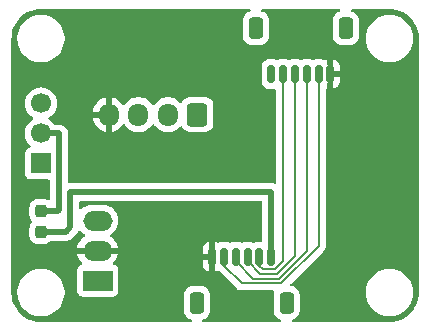
<source format=gbr>
%TF.GenerationSoftware,KiCad,Pcbnew,9.0.2*%
%TF.CreationDate,2025-07-05T13:36:24+12:00*%
%TF.ProjectId,SPI-POWER-INJECTOR,5350492d-504f-4574-9552-2d494e4a4543,rev?*%
%TF.SameCoordinates,Original*%
%TF.FileFunction,Copper,L1,Top*%
%TF.FilePolarity,Positive*%
%FSLAX46Y46*%
G04 Gerber Fmt 4.6, Leading zero omitted, Abs format (unit mm)*
G04 Created by KiCad (PCBNEW 9.0.2) date 2025-07-05 13:36:24*
%MOMM*%
%LPD*%
G01*
G04 APERTURE LIST*
G04 Aperture macros list*
%AMRoundRect*
0 Rectangle with rounded corners*
0 $1 Rounding radius*
0 $2 $3 $4 $5 $6 $7 $8 $9 X,Y pos of 4 corners*
0 Add a 4 corners polygon primitive as box body*
4,1,4,$2,$3,$4,$5,$6,$7,$8,$9,$2,$3,0*
0 Add four circle primitives for the rounded corners*
1,1,$1+$1,$2,$3*
1,1,$1+$1,$4,$5*
1,1,$1+$1,$6,$7*
1,1,$1+$1,$8,$9*
0 Add four rect primitives between the rounded corners*
20,1,$1+$1,$2,$3,$4,$5,0*
20,1,$1+$1,$4,$5,$6,$7,0*
20,1,$1+$1,$6,$7,$8,$9,0*
20,1,$1+$1,$8,$9,$2,$3,0*%
G04 Aperture macros list end*
%TA.AperFunction,ComponentPad*%
%ADD10R,1.700000X1.700000*%
%TD*%
%TA.AperFunction,ComponentPad*%
%ADD11C,1.700000*%
%TD*%
%TA.AperFunction,SMDPad,CuDef*%
%ADD12RoundRect,0.250000X0.350000X0.650000X-0.350000X0.650000X-0.350000X-0.650000X0.350000X-0.650000X0*%
%TD*%
%TA.AperFunction,SMDPad,CuDef*%
%ADD13RoundRect,0.150000X0.150000X0.600000X-0.150000X0.600000X-0.150000X-0.600000X0.150000X-0.600000X0*%
%TD*%
%TA.AperFunction,ComponentPad*%
%ADD14O,2.500000X1.700000*%
%TD*%
%TA.AperFunction,ComponentPad*%
%ADD15R,2.500000X1.700000*%
%TD*%
%TA.AperFunction,SMDPad,CuDef*%
%ADD16RoundRect,0.237500X-0.237500X0.287500X-0.237500X-0.287500X0.237500X-0.287500X0.237500X0.287500X0*%
%TD*%
%TA.AperFunction,ComponentPad*%
%ADD17RoundRect,0.250000X0.600000X0.725000X-0.600000X0.725000X-0.600000X-0.725000X0.600000X-0.725000X0*%
%TD*%
%TA.AperFunction,ComponentPad*%
%ADD18O,1.700000X1.950000*%
%TD*%
%TA.AperFunction,SMDPad,CuDef*%
%ADD19RoundRect,0.150000X-0.150000X-0.600000X0.150000X-0.600000X0.150000X0.600000X-0.150000X0.600000X0*%
%TD*%
%TA.AperFunction,SMDPad,CuDef*%
%ADD20RoundRect,0.250000X-0.350000X-0.650000X0.350000X-0.650000X0.350000X0.650000X-0.350000X0.650000X0*%
%TD*%
%TA.AperFunction,Conductor*%
%ADD21C,0.500000*%
%TD*%
%TA.AperFunction,Conductor*%
%ADD22C,0.200000*%
%TD*%
G04 APERTURE END LIST*
D10*
%TO.P,JP1,1*%
%TO.N,5VOLT*%
X137500000Y-89080000D03*
D11*
%TO.P,JP1,3*%
%TO.N,5VIN*%
X137500000Y-84000000D03*
%TO.P,JP1,2*%
%TO.N,FUSE*%
X137500000Y-86540000D03*
%TD*%
D12*
%TO.P,SPI IN,MP*%
%TO.N,N/C*%
X155700000Y-77625000D03*
X163300000Y-77625000D03*
D13*
%TO.P,SPI IN,6*%
X157000000Y-81525000D03*
%TO.P,SPI IN,5*%
%TO.N,SCLK*%
X158000000Y-81525000D03*
%TO.P,SPI IN,4*%
%TO.N,MOSI/MISO*%
X159000000Y-81525000D03*
%TO.P,SPI IN,3*%
%TO.N,MISO/MOSI*%
X160000000Y-81525000D03*
%TO.P,SPI IN,2*%
%TO.N,SS*%
X161000000Y-81525000D03*
%TO.P,SPI IN,1*%
%TO.N,GND*%
X162000000Y-81525000D03*
%TD*%
D14*
%TO.P,8/36V-5V_2A,3*%
%TO.N,5VOLT*%
X142292500Y-93917500D03*
%TO.P,8/36V-5V_2A,2*%
%TO.N,GND*%
X142292500Y-96457500D03*
D15*
%TO.P,8/36V-5V_2A,1*%
%TO.N,12VIN*%
X142292500Y-98997500D03*
%TD*%
D16*
%TO.P,FUSE_2A,1*%
%TO.N,FUSE*%
X137500000Y-93125000D03*
%TO.P,FUSE_2A,2*%
%TO.N,5VOUT*%
X137500000Y-94875000D03*
%TD*%
D17*
%TO.P,POWER IN,1*%
%TO.N,5VIN*%
X150750000Y-84945000D03*
D18*
%TO.P,POWER IN,2*%
%TO.N,12VIN*%
X148250000Y-84945000D03*
%TO.P,POWER IN,3*%
%TO.N,N/C*%
X145750000Y-84945000D03*
%TO.P,POWER IN,4*%
%TO.N,GND*%
X143250000Y-84945000D03*
%TD*%
D19*
%TO.P,REF\u002A\u002A,1*%
%TO.N,GND*%
X152000000Y-96975000D03*
%TO.P,REF\u002A\u002A,2*%
%TO.N,SS*%
X153000000Y-96975000D03*
%TO.P,REF\u002A\u002A,3*%
%TO.N,MISO/MOSI*%
X154000000Y-96975000D03*
%TO.P,REF\u002A\u002A,4*%
%TO.N,MOSI/MISO*%
X155000000Y-96975000D03*
%TO.P,REF\u002A\u002A,5*%
%TO.N,SCLK*%
X156000000Y-96975000D03*
%TO.P,REF\u002A\u002A,6*%
%TO.N,5VOUT*%
X157000000Y-96975000D03*
D20*
%TO.P,REF\u002A\u002A,MP*%
%TO.N,N/C*%
X150700000Y-100875000D03*
X158300000Y-100875000D03*
%TD*%
D21*
%TO.N,FUSE*%
X139000000Y-86580000D02*
X139000000Y-93000000D01*
X139000000Y-93000000D02*
X138875000Y-93125000D01*
X138875000Y-93125000D02*
X137500000Y-93125000D01*
%TO.N,5VOUT*%
X139500000Y-94875000D02*
X139625000Y-94875000D01*
X139625000Y-94875000D02*
X140000000Y-94500000D01*
X140000000Y-91500000D02*
X157000000Y-91500000D01*
X137500000Y-94875000D02*
X139500000Y-94875000D01*
X140000000Y-94500000D02*
X140000000Y-91500000D01*
X157000000Y-91500000D02*
X157000000Y-96975000D01*
D22*
%TO.N,FUSE*%
X139000000Y-86580000D02*
X139040000Y-86540000D01*
D21*
X137500000Y-86540000D02*
X139040000Y-86540000D01*
D22*
%TO.N,GND*%
X152000000Y-96975000D02*
X152000000Y-97724999D01*
%TO.N,SS*%
X153000000Y-96975000D02*
X153000000Y-97724999D01*
X153000000Y-97724999D02*
X154504001Y-99229000D01*
X154504001Y-99229000D02*
X157839268Y-99229000D01*
X157839268Y-99229000D02*
X161000000Y-96068268D01*
X161000000Y-96068268D02*
X161000000Y-81525000D01*
%TO.N,MISO/MOSI*%
X154000000Y-96975000D02*
X154000000Y-97366968D01*
X154000000Y-97366968D02*
X155461032Y-98828000D01*
X155461032Y-98828000D02*
X157673168Y-98828000D01*
X157673168Y-98828000D02*
X160000000Y-96501168D01*
X160000000Y-96501168D02*
X160000000Y-81525000D01*
%TO.N,MOSI/MISO*%
X155000000Y-96975000D02*
X155000000Y-97366968D01*
X155000000Y-97366968D02*
X156060032Y-98427000D01*
X156060032Y-98427000D02*
X157507068Y-98427000D01*
X157507068Y-98427000D02*
X159000000Y-96934068D01*
X159000000Y-96934068D02*
X159000000Y-81525000D01*
%TO.N,SCLK*%
X156000000Y-96975000D02*
X156000000Y-97724999D01*
X156000000Y-97724999D02*
X156301001Y-98026000D01*
X158000000Y-97366968D02*
X158000000Y-81525000D01*
X156301001Y-98026000D02*
X157340968Y-98026000D01*
X157340968Y-98026000D02*
X158000000Y-97366968D01*
%TD*%
%TA.AperFunction,Conductor*%
%TO.N,GND*%
G36*
X155203494Y-76020185D02*
G01*
X155249249Y-76072989D01*
X155259193Y-76142147D01*
X155230168Y-76205703D01*
X155175459Y-76242206D01*
X155030668Y-76290185D01*
X155030663Y-76290187D01*
X154881342Y-76382289D01*
X154757289Y-76506342D01*
X154665187Y-76655663D01*
X154665186Y-76655666D01*
X154610001Y-76822203D01*
X154610001Y-76822204D01*
X154610000Y-76822204D01*
X154599500Y-76924983D01*
X154599500Y-78325001D01*
X154599501Y-78325018D01*
X154610000Y-78427796D01*
X154610001Y-78427799D01*
X154635169Y-78503750D01*
X154665186Y-78594334D01*
X154757288Y-78743656D01*
X154881344Y-78867712D01*
X155030666Y-78959814D01*
X155197203Y-79014999D01*
X155299991Y-79025500D01*
X156100008Y-79025499D01*
X156100016Y-79025498D01*
X156100019Y-79025498D01*
X156156302Y-79019748D01*
X156202797Y-79014999D01*
X156369334Y-78959814D01*
X156518656Y-78867712D01*
X156642712Y-78743656D01*
X156734814Y-78594334D01*
X156789999Y-78427797D01*
X156800500Y-78325009D01*
X156800499Y-76924992D01*
X156789999Y-76822203D01*
X156734814Y-76655666D01*
X156642712Y-76506344D01*
X156518656Y-76382288D01*
X156369334Y-76290186D01*
X156224537Y-76242205D01*
X156167094Y-76202433D01*
X156140271Y-76137918D01*
X156152586Y-76069142D01*
X156200129Y-76017942D01*
X156263543Y-76000500D01*
X162736455Y-76000500D01*
X162803494Y-76020185D01*
X162849249Y-76072989D01*
X162859193Y-76142147D01*
X162830168Y-76205703D01*
X162775459Y-76242206D01*
X162630668Y-76290185D01*
X162630663Y-76290187D01*
X162481342Y-76382289D01*
X162357289Y-76506342D01*
X162265187Y-76655663D01*
X162265186Y-76655666D01*
X162210001Y-76822203D01*
X162210001Y-76822204D01*
X162210000Y-76822204D01*
X162199500Y-76924983D01*
X162199500Y-78325001D01*
X162199501Y-78325018D01*
X162210000Y-78427796D01*
X162210001Y-78427799D01*
X162235169Y-78503750D01*
X162265186Y-78594334D01*
X162357288Y-78743656D01*
X162481344Y-78867712D01*
X162630666Y-78959814D01*
X162797203Y-79014999D01*
X162899991Y-79025500D01*
X163700008Y-79025499D01*
X163700016Y-79025498D01*
X163700019Y-79025498D01*
X163756302Y-79019748D01*
X163802797Y-79014999D01*
X163969334Y-78959814D01*
X164118656Y-78867712D01*
X164242712Y-78743656D01*
X164334814Y-78594334D01*
X164389999Y-78427797D01*
X164396019Y-78368872D01*
X164999500Y-78368872D01*
X164999500Y-78631127D01*
X165014316Y-78743656D01*
X165033730Y-78891116D01*
X165069738Y-79025499D01*
X165101602Y-79144418D01*
X165101605Y-79144428D01*
X165201953Y-79386690D01*
X165201958Y-79386700D01*
X165333075Y-79613803D01*
X165492718Y-79821851D01*
X165492726Y-79821860D01*
X165678140Y-80007274D01*
X165678148Y-80007281D01*
X165886196Y-80166924D01*
X166113299Y-80298041D01*
X166113309Y-80298046D01*
X166302101Y-80376246D01*
X166355581Y-80398398D01*
X166608884Y-80466270D01*
X166868880Y-80500500D01*
X166868887Y-80500500D01*
X167131113Y-80500500D01*
X167131120Y-80500500D01*
X167391116Y-80466270D01*
X167644419Y-80398398D01*
X167886697Y-80298043D01*
X168113803Y-80166924D01*
X168321851Y-80007282D01*
X168321855Y-80007277D01*
X168321860Y-80007274D01*
X168507274Y-79821860D01*
X168507277Y-79821855D01*
X168507282Y-79821851D01*
X168666924Y-79613803D01*
X168798043Y-79386697D01*
X168898398Y-79144419D01*
X168966270Y-78891116D01*
X169000500Y-78631120D01*
X169000500Y-78368880D01*
X168966270Y-78108884D01*
X168898398Y-77855581D01*
X168798193Y-77613665D01*
X168798046Y-77613309D01*
X168798041Y-77613299D01*
X168666924Y-77386196D01*
X168507281Y-77178148D01*
X168507274Y-77178140D01*
X168321860Y-76992726D01*
X168321851Y-76992718D01*
X168113803Y-76833075D01*
X167886700Y-76701958D01*
X167886690Y-76701953D01*
X167644428Y-76601605D01*
X167644421Y-76601603D01*
X167644419Y-76601602D01*
X167391116Y-76533730D01*
X167333339Y-76526123D01*
X167131127Y-76499500D01*
X167131120Y-76499500D01*
X166868880Y-76499500D01*
X166868872Y-76499500D01*
X166637772Y-76529926D01*
X166608884Y-76533730D01*
X166355581Y-76601602D01*
X166355571Y-76601605D01*
X166113309Y-76701953D01*
X166113299Y-76701958D01*
X165886196Y-76833075D01*
X165678148Y-76992718D01*
X165492718Y-77178148D01*
X165333075Y-77386196D01*
X165201958Y-77613299D01*
X165201953Y-77613309D01*
X165101605Y-77855571D01*
X165101602Y-77855581D01*
X165066724Y-77985750D01*
X165033730Y-78108885D01*
X164999500Y-78368872D01*
X164396019Y-78368872D01*
X164400500Y-78325009D01*
X164400499Y-76924992D01*
X164389999Y-76822203D01*
X164334814Y-76655666D01*
X164242712Y-76506344D01*
X164118656Y-76382288D01*
X163969334Y-76290186D01*
X163824537Y-76242205D01*
X163767094Y-76202433D01*
X163740271Y-76137918D01*
X163752586Y-76069142D01*
X163800129Y-76017942D01*
X163863543Y-76000500D01*
X166934108Y-76000500D01*
X166996249Y-76000500D01*
X167003736Y-76000726D01*
X167293796Y-76018271D01*
X167308657Y-76020075D01*
X167576403Y-76069142D01*
X167590798Y-76071780D01*
X167605335Y-76075363D01*
X167879172Y-76160695D01*
X167893163Y-76166000D01*
X168154743Y-76283727D01*
X168167989Y-76290680D01*
X168413465Y-76439075D01*
X168425776Y-76447573D01*
X168535748Y-76533730D01*
X168651573Y-76624473D01*
X168662781Y-76634403D01*
X168865596Y-76837218D01*
X168875526Y-76848426D01*
X168995481Y-77001538D01*
X169052422Y-77074217D01*
X169060926Y-77086537D01*
X169201633Y-77319295D01*
X169209316Y-77332004D01*
X169216275Y-77345263D01*
X169333997Y-77606831D01*
X169339306Y-77620832D01*
X169424635Y-77894663D01*
X169428219Y-77909201D01*
X169479923Y-78191340D01*
X169481728Y-78206205D01*
X169499274Y-78496263D01*
X169499500Y-78503750D01*
X169499500Y-99996249D01*
X169499274Y-100003736D01*
X169481728Y-100293794D01*
X169479923Y-100308659D01*
X169428219Y-100590798D01*
X169424635Y-100605336D01*
X169339306Y-100879167D01*
X169333997Y-100893168D01*
X169216275Y-101154736D01*
X169209316Y-101167995D01*
X169060928Y-101413459D01*
X169052422Y-101425782D01*
X168875526Y-101651573D01*
X168865596Y-101662781D01*
X168662781Y-101865596D01*
X168651573Y-101875526D01*
X168425782Y-102052422D01*
X168413459Y-102060928D01*
X168167995Y-102209316D01*
X168154736Y-102216275D01*
X167893168Y-102333997D01*
X167879167Y-102339306D01*
X167605336Y-102424635D01*
X167590798Y-102428219D01*
X167308659Y-102479923D01*
X167293794Y-102481728D01*
X167003736Y-102499274D01*
X166996249Y-102499500D01*
X158863545Y-102499500D01*
X158796506Y-102479815D01*
X158750751Y-102427011D01*
X158740807Y-102357853D01*
X158769832Y-102294297D01*
X158824541Y-102257794D01*
X158854698Y-102247800D01*
X158969334Y-102209814D01*
X159118656Y-102117712D01*
X159242712Y-101993656D01*
X159334814Y-101844334D01*
X159389999Y-101677797D01*
X159400500Y-101575009D01*
X159400499Y-100174992D01*
X159396017Y-100131120D01*
X159389999Y-100072203D01*
X159389998Y-100072200D01*
X159334814Y-99905666D01*
X159312119Y-99868872D01*
X164999500Y-99868872D01*
X164999500Y-100131127D01*
X165020436Y-100290140D01*
X165033730Y-100391116D01*
X165089210Y-100598170D01*
X165101602Y-100644418D01*
X165101605Y-100644428D01*
X165201953Y-100886690D01*
X165201958Y-100886700D01*
X165333075Y-101113803D01*
X165492718Y-101321851D01*
X165492726Y-101321860D01*
X165678140Y-101507274D01*
X165678148Y-101507281D01*
X165886196Y-101666924D01*
X166113299Y-101798041D01*
X166113309Y-101798046D01*
X166289202Y-101870903D01*
X166355581Y-101898398D01*
X166608884Y-101966270D01*
X166868880Y-102000500D01*
X166868887Y-102000500D01*
X167131113Y-102000500D01*
X167131120Y-102000500D01*
X167391116Y-101966270D01*
X167644419Y-101898398D01*
X167886697Y-101798043D01*
X168113803Y-101666924D01*
X168321851Y-101507282D01*
X168321855Y-101507277D01*
X168321860Y-101507274D01*
X168507274Y-101321860D01*
X168507277Y-101321855D01*
X168507282Y-101321851D01*
X168666924Y-101113803D01*
X168798043Y-100886697D01*
X168898398Y-100644419D01*
X168966270Y-100391116D01*
X169000500Y-100131120D01*
X169000500Y-99868880D01*
X168966270Y-99608884D01*
X168898398Y-99355581D01*
X168800204Y-99118520D01*
X168798046Y-99113309D01*
X168798041Y-99113299D01*
X168666924Y-98886196D01*
X168507281Y-98678148D01*
X168507274Y-98678140D01*
X168321860Y-98492726D01*
X168321851Y-98492718D01*
X168113803Y-98333075D01*
X167886700Y-98201958D01*
X167886690Y-98201953D01*
X167644428Y-98101605D01*
X167644421Y-98101603D01*
X167644419Y-98101602D01*
X167391116Y-98033730D01*
X167333339Y-98026123D01*
X167131127Y-97999500D01*
X167131120Y-97999500D01*
X166868880Y-97999500D01*
X166868872Y-97999500D01*
X166637772Y-98029926D01*
X166608884Y-98033730D01*
X166388886Y-98092678D01*
X166355581Y-98101602D01*
X166355571Y-98101605D01*
X166113309Y-98201953D01*
X166113299Y-98201958D01*
X165886196Y-98333075D01*
X165678148Y-98492718D01*
X165492718Y-98678148D01*
X165333075Y-98886196D01*
X165201958Y-99113299D01*
X165201953Y-99113309D01*
X165101605Y-99355571D01*
X165101602Y-99355581D01*
X165052138Y-99540186D01*
X165033730Y-99608885D01*
X164999500Y-99868872D01*
X159312119Y-99868872D01*
X159242712Y-99756344D01*
X159118656Y-99632288D01*
X158969334Y-99540186D01*
X158802797Y-99485001D01*
X158802794Y-99485000D01*
X158726420Y-99477198D01*
X158661729Y-99450802D01*
X158621577Y-99393621D01*
X158618714Y-99323810D01*
X158651340Y-99266161D01*
X161358506Y-96558996D01*
X161358511Y-96558992D01*
X161368714Y-96548788D01*
X161368716Y-96548788D01*
X161480520Y-96436984D01*
X161483410Y-96431978D01*
X161540218Y-96333584D01*
X161540221Y-96333575D01*
X161540227Y-96333567D01*
X161559577Y-96300053D01*
X161600500Y-96147325D01*
X161600500Y-95989211D01*
X161600500Y-82893948D01*
X161620185Y-82826909D01*
X161672989Y-82781154D01*
X161742147Y-82771210D01*
X161746794Y-82771969D01*
X161747512Y-82772100D01*
X161749998Y-82772295D01*
X161750000Y-82772295D01*
X162250000Y-82772295D01*
X162250001Y-82772295D01*
X162252486Y-82772100D01*
X162410198Y-82726281D01*
X162551552Y-82642685D01*
X162551561Y-82642678D01*
X162667678Y-82526561D01*
X162667685Y-82526552D01*
X162751282Y-82385196D01*
X162751283Y-82385193D01*
X162797099Y-82227495D01*
X162797100Y-82227489D01*
X162799999Y-82190649D01*
X162800000Y-82190634D01*
X162800000Y-81775000D01*
X162250000Y-81775000D01*
X162250000Y-82772295D01*
X161750000Y-82772295D01*
X161750000Y-82409050D01*
X161754924Y-82374455D01*
X161797597Y-82227573D01*
X161797598Y-82227567D01*
X161800499Y-82190701D01*
X161800500Y-82190694D01*
X161800500Y-81275000D01*
X162250000Y-81275000D01*
X162800000Y-81275000D01*
X162800000Y-80859365D01*
X162799999Y-80859350D01*
X162797100Y-80822510D01*
X162797099Y-80822504D01*
X162751283Y-80664806D01*
X162751282Y-80664803D01*
X162667685Y-80523447D01*
X162667678Y-80523438D01*
X162551561Y-80407321D01*
X162551552Y-80407314D01*
X162410196Y-80323717D01*
X162410193Y-80323716D01*
X162252494Y-80277900D01*
X162252497Y-80277900D01*
X162250000Y-80277703D01*
X162250000Y-81275000D01*
X161800500Y-81275000D01*
X161800500Y-80859306D01*
X161797598Y-80822431D01*
X161797597Y-80822426D01*
X161754924Y-80675545D01*
X161750000Y-80640950D01*
X161750000Y-80277703D01*
X161747504Y-80277900D01*
X161589806Y-80323716D01*
X161589798Y-80323719D01*
X161563608Y-80339208D01*
X161495884Y-80356388D01*
X161437371Y-80339207D01*
X161410398Y-80323256D01*
X161410393Y-80323254D01*
X161252573Y-80277402D01*
X161252567Y-80277401D01*
X161215701Y-80274500D01*
X161215694Y-80274500D01*
X160784306Y-80274500D01*
X160784298Y-80274500D01*
X160747432Y-80277401D01*
X160747426Y-80277402D01*
X160589606Y-80323253D01*
X160563119Y-80338918D01*
X160495394Y-80356098D01*
X160436881Y-80338918D01*
X160410393Y-80323253D01*
X160252573Y-80277402D01*
X160252567Y-80277401D01*
X160215701Y-80274500D01*
X160215694Y-80274500D01*
X159784306Y-80274500D01*
X159784298Y-80274500D01*
X159747432Y-80277401D01*
X159747426Y-80277402D01*
X159589606Y-80323253D01*
X159563119Y-80338918D01*
X159495394Y-80356098D01*
X159436881Y-80338918D01*
X159410393Y-80323253D01*
X159252573Y-80277402D01*
X159252567Y-80277401D01*
X159215701Y-80274500D01*
X159215694Y-80274500D01*
X158784306Y-80274500D01*
X158784298Y-80274500D01*
X158747432Y-80277401D01*
X158747426Y-80277402D01*
X158589606Y-80323253D01*
X158563119Y-80338918D01*
X158495394Y-80356098D01*
X158436881Y-80338918D01*
X158410393Y-80323253D01*
X158252573Y-80277402D01*
X158252567Y-80277401D01*
X158215701Y-80274500D01*
X158215694Y-80274500D01*
X157784306Y-80274500D01*
X157784298Y-80274500D01*
X157747432Y-80277401D01*
X157747426Y-80277402D01*
X157589606Y-80323253D01*
X157563119Y-80338918D01*
X157495394Y-80356098D01*
X157436881Y-80338918D01*
X157410393Y-80323253D01*
X157252573Y-80277402D01*
X157252567Y-80277401D01*
X157215701Y-80274500D01*
X157215694Y-80274500D01*
X156784306Y-80274500D01*
X156784298Y-80274500D01*
X156747432Y-80277401D01*
X156747426Y-80277402D01*
X156589606Y-80323254D01*
X156589603Y-80323255D01*
X156448137Y-80406917D01*
X156448129Y-80406923D01*
X156331923Y-80523129D01*
X156331917Y-80523137D01*
X156248255Y-80664603D01*
X156248254Y-80664606D01*
X156202402Y-80822426D01*
X156202401Y-80822432D01*
X156199500Y-80859298D01*
X156199500Y-82190701D01*
X156202401Y-82227567D01*
X156202402Y-82227573D01*
X156248254Y-82385393D01*
X156248255Y-82385396D01*
X156331917Y-82526862D01*
X156331923Y-82526870D01*
X156448129Y-82643076D01*
X156448133Y-82643079D01*
X156448135Y-82643081D01*
X156589602Y-82726744D01*
X156631224Y-82738836D01*
X156747426Y-82772597D01*
X156747429Y-82772597D01*
X156747431Y-82772598D01*
X156784306Y-82775500D01*
X156784314Y-82775500D01*
X157215686Y-82775500D01*
X157215694Y-82775500D01*
X157252569Y-82772598D01*
X157252570Y-82772597D01*
X157253215Y-82772480D01*
X157253580Y-82772518D01*
X157258886Y-82772101D01*
X157258963Y-82773085D01*
X157322701Y-82779796D01*
X157377201Y-82823517D01*
X157399411Y-82889763D01*
X157399500Y-82894461D01*
X157399500Y-90667564D01*
X157379815Y-90734603D01*
X157327011Y-90780358D01*
X157257853Y-90790302D01*
X157228051Y-90782127D01*
X157223780Y-90780358D01*
X157218913Y-90778342D01*
X157218911Y-90778341D01*
X157218907Y-90778340D01*
X157073920Y-90749500D01*
X157073918Y-90749500D01*
X140073918Y-90749500D01*
X139926082Y-90749500D01*
X139926081Y-90749500D01*
X139898689Y-90754948D01*
X139829097Y-90748719D01*
X139773921Y-90705855D01*
X139750678Y-90639964D01*
X139750500Y-90633330D01*
X139750500Y-86810516D01*
X139759940Y-86763061D01*
X139760390Y-86761972D01*
X139761658Y-86758913D01*
X139761659Y-86758908D01*
X139790500Y-86613920D01*
X139790500Y-86466079D01*
X139761659Y-86321092D01*
X139761658Y-86321091D01*
X139761658Y-86321087D01*
X139761656Y-86321082D01*
X139705087Y-86184511D01*
X139705080Y-86184498D01*
X139622951Y-86061584D01*
X139622948Y-86061580D01*
X139518419Y-85957051D01*
X139518415Y-85957048D01*
X139395501Y-85874919D01*
X139395488Y-85874912D01*
X139258917Y-85818343D01*
X139258907Y-85818340D01*
X139113920Y-85789500D01*
X139113918Y-85789500D01*
X138687221Y-85789500D01*
X138620182Y-85769815D01*
X138586903Y-85738385D01*
X138530107Y-85660211D01*
X138379786Y-85509890D01*
X138207820Y-85384951D01*
X138207115Y-85384591D01*
X138199054Y-85380485D01*
X138196326Y-85377907D01*
X138192683Y-85377000D01*
X138171126Y-85354108D01*
X138148259Y-85332512D01*
X138147356Y-85328866D01*
X138144783Y-85326134D01*
X138139023Y-85295221D01*
X138131463Y-85264692D01*
X138132673Y-85261138D01*
X138131986Y-85257446D01*
X138143855Y-85228323D01*
X138153999Y-85198556D01*
X138157353Y-85195206D01*
X138158357Y-85192744D01*
X138166378Y-85186194D01*
X138184051Y-85168548D01*
X138191233Y-85163499D01*
X138207816Y-85155051D01*
X138379792Y-85030104D01*
X138530104Y-84879792D01*
X138530106Y-84879788D01*
X138530109Y-84879786D01*
X138655048Y-84707820D01*
X138655047Y-84707820D01*
X138655051Y-84707816D01*
X138661581Y-84695000D01*
X141902970Y-84695000D01*
X142845854Y-84695000D01*
X142807370Y-84761657D01*
X142775000Y-84882465D01*
X142775000Y-85007535D01*
X142807370Y-85128343D01*
X142845854Y-85195000D01*
X141902970Y-85195000D01*
X141933242Y-85386127D01*
X141933242Y-85386130D01*
X141998904Y-85588217D01*
X142095379Y-85777557D01*
X142220272Y-85949459D01*
X142220276Y-85949464D01*
X142370535Y-86099723D01*
X142370540Y-86099727D01*
X142542442Y-86224620D01*
X142731782Y-86321095D01*
X142933871Y-86386757D01*
X143000000Y-86397231D01*
X143000000Y-85349145D01*
X143066657Y-85387630D01*
X143187465Y-85420000D01*
X143312535Y-85420000D01*
X143433343Y-85387630D01*
X143500000Y-85349145D01*
X143500000Y-86397230D01*
X143566126Y-86386757D01*
X143566129Y-86386757D01*
X143768217Y-86321095D01*
X143957557Y-86224620D01*
X144129459Y-86099727D01*
X144129464Y-86099723D01*
X144279721Y-85949466D01*
X144399371Y-85784781D01*
X144454701Y-85742115D01*
X144524314Y-85736136D01*
X144586110Y-85768741D01*
X144600008Y-85784781D01*
X144719890Y-85949785D01*
X144719894Y-85949790D01*
X144870213Y-86100109D01*
X145042179Y-86225048D01*
X145042181Y-86225049D01*
X145042184Y-86225051D01*
X145231588Y-86321557D01*
X145433757Y-86387246D01*
X145643713Y-86420500D01*
X145643714Y-86420500D01*
X145856286Y-86420500D01*
X145856287Y-86420500D01*
X146066243Y-86387246D01*
X146268412Y-86321557D01*
X146457816Y-86225051D01*
X146513633Y-86184498D01*
X146629786Y-86100109D01*
X146629788Y-86100106D01*
X146629792Y-86100104D01*
X146780104Y-85949792D01*
X146899683Y-85785204D01*
X146955011Y-85742540D01*
X147024624Y-85736561D01*
X147086420Y-85769166D01*
X147100313Y-85785199D01*
X147165493Y-85874912D01*
X147219896Y-85949792D01*
X147370213Y-86100109D01*
X147542179Y-86225048D01*
X147542181Y-86225049D01*
X147542184Y-86225051D01*
X147731588Y-86321557D01*
X147933757Y-86387246D01*
X148143713Y-86420500D01*
X148143714Y-86420500D01*
X148356286Y-86420500D01*
X148356287Y-86420500D01*
X148566243Y-86387246D01*
X148768412Y-86321557D01*
X148957816Y-86225051D01*
X149129792Y-86100104D01*
X149268604Y-85961291D01*
X149329923Y-85927809D01*
X149399615Y-85932793D01*
X149455549Y-85974664D01*
X149461821Y-85983878D01*
X149465185Y-85989333D01*
X149465186Y-85989334D01*
X149557288Y-86138656D01*
X149681344Y-86262712D01*
X149830666Y-86354814D01*
X149997203Y-86409999D01*
X150099991Y-86420500D01*
X151400008Y-86420499D01*
X151502797Y-86409999D01*
X151669334Y-86354814D01*
X151818656Y-86262712D01*
X151942712Y-86138656D01*
X152034814Y-85989334D01*
X152089999Y-85822797D01*
X152100500Y-85720009D01*
X152100499Y-84169992D01*
X152098851Y-84153863D01*
X152089999Y-84067203D01*
X152089998Y-84067200D01*
X152052104Y-83952845D01*
X152034814Y-83900666D01*
X151942712Y-83751344D01*
X151818656Y-83627288D01*
X151669334Y-83535186D01*
X151502797Y-83480001D01*
X151502795Y-83480000D01*
X151400010Y-83469500D01*
X150099998Y-83469500D01*
X150099981Y-83469501D01*
X149997203Y-83480000D01*
X149997200Y-83480001D01*
X149830668Y-83535185D01*
X149830663Y-83535187D01*
X149681342Y-83627289D01*
X149557289Y-83751342D01*
X149461821Y-83906121D01*
X149409873Y-83952845D01*
X149340910Y-83964068D01*
X149276828Y-83936224D01*
X149268601Y-83928705D01*
X149129786Y-83789890D01*
X148957820Y-83664951D01*
X148768414Y-83568444D01*
X148768413Y-83568443D01*
X148768412Y-83568443D01*
X148566243Y-83502754D01*
X148566241Y-83502753D01*
X148566240Y-83502753D01*
X148404957Y-83477208D01*
X148356287Y-83469500D01*
X148143713Y-83469500D01*
X148095042Y-83477208D01*
X147933760Y-83502753D01*
X147731585Y-83568444D01*
X147542179Y-83664951D01*
X147370213Y-83789890D01*
X147219894Y-83940209D01*
X147219890Y-83940214D01*
X147100318Y-84104793D01*
X147044989Y-84147459D01*
X146975375Y-84153438D01*
X146913580Y-84120833D01*
X146899682Y-84104793D01*
X146780109Y-83940214D01*
X146780105Y-83940209D01*
X146629786Y-83789890D01*
X146457820Y-83664951D01*
X146268414Y-83568444D01*
X146268413Y-83568443D01*
X146268412Y-83568443D01*
X146066243Y-83502754D01*
X146066241Y-83502753D01*
X146066240Y-83502753D01*
X145904957Y-83477208D01*
X145856287Y-83469500D01*
X145643713Y-83469500D01*
X145595042Y-83477208D01*
X145433760Y-83502753D01*
X145231585Y-83568444D01*
X145042179Y-83664951D01*
X144870213Y-83789890D01*
X144719894Y-83940209D01*
X144719890Y-83940214D01*
X144600008Y-84105218D01*
X144544678Y-84147884D01*
X144475065Y-84153863D01*
X144413270Y-84121257D01*
X144399372Y-84105218D01*
X144279727Y-83940540D01*
X144279723Y-83940535D01*
X144129464Y-83790276D01*
X144129459Y-83790272D01*
X143957557Y-83665379D01*
X143768215Y-83568903D01*
X143566124Y-83503241D01*
X143500000Y-83492768D01*
X143500000Y-84540854D01*
X143433343Y-84502370D01*
X143312535Y-84470000D01*
X143187465Y-84470000D01*
X143066657Y-84502370D01*
X143000000Y-84540854D01*
X143000000Y-83492768D01*
X142999999Y-83492768D01*
X142933875Y-83503241D01*
X142731784Y-83568903D01*
X142542442Y-83665379D01*
X142370540Y-83790272D01*
X142370535Y-83790276D01*
X142220276Y-83940535D01*
X142220272Y-83940540D01*
X142095379Y-84112442D01*
X141998904Y-84301782D01*
X141933242Y-84503869D01*
X141933242Y-84503872D01*
X141902970Y-84695000D01*
X138661581Y-84695000D01*
X138751557Y-84518412D01*
X138817246Y-84316243D01*
X138850500Y-84106287D01*
X138850500Y-83893713D01*
X138817246Y-83683757D01*
X138751557Y-83481588D01*
X138655051Y-83292184D01*
X138655049Y-83292181D01*
X138655048Y-83292179D01*
X138530109Y-83120213D01*
X138379786Y-82969890D01*
X138207820Y-82844951D01*
X138018414Y-82748444D01*
X138018413Y-82748443D01*
X138018412Y-82748443D01*
X137816243Y-82682754D01*
X137816241Y-82682753D01*
X137816240Y-82682753D01*
X137654957Y-82657208D01*
X137606287Y-82649500D01*
X137393713Y-82649500D01*
X137345042Y-82657208D01*
X137183760Y-82682753D01*
X136981585Y-82748444D01*
X136792179Y-82844951D01*
X136620213Y-82969890D01*
X136469890Y-83120213D01*
X136344951Y-83292179D01*
X136248444Y-83481585D01*
X136248443Y-83481587D01*
X136248443Y-83481588D01*
X136231028Y-83535185D01*
X136182753Y-83683760D01*
X136149500Y-83893713D01*
X136149500Y-84106286D01*
X136180463Y-84301782D01*
X136182754Y-84316243D01*
X136243681Y-84503757D01*
X136248444Y-84518414D01*
X136344951Y-84707820D01*
X136469890Y-84879786D01*
X136620213Y-85030109D01*
X136792182Y-85155050D01*
X136800946Y-85159516D01*
X136851742Y-85207491D01*
X136868536Y-85275312D01*
X136845998Y-85341447D01*
X136800946Y-85380484D01*
X136792182Y-85384949D01*
X136620213Y-85509890D01*
X136469890Y-85660213D01*
X136344951Y-85832179D01*
X136248444Y-86021585D01*
X136182753Y-86223760D01*
X136149500Y-86433713D01*
X136149500Y-86646286D01*
X136182753Y-86856239D01*
X136248444Y-87058414D01*
X136344951Y-87247820D01*
X136469890Y-87419786D01*
X136583430Y-87533326D01*
X136616915Y-87594649D01*
X136611931Y-87664341D01*
X136570059Y-87720274D01*
X136539083Y-87737189D01*
X136407669Y-87786203D01*
X136407664Y-87786206D01*
X136292455Y-87872452D01*
X136292452Y-87872455D01*
X136206206Y-87987664D01*
X136206202Y-87987671D01*
X136155908Y-88122517D01*
X136149501Y-88182116D01*
X136149500Y-88182135D01*
X136149500Y-89977870D01*
X136149501Y-89977876D01*
X136155908Y-90037483D01*
X136206202Y-90172328D01*
X136206206Y-90172335D01*
X136292452Y-90287544D01*
X136292455Y-90287547D01*
X136407664Y-90373793D01*
X136407671Y-90373797D01*
X136542517Y-90424091D01*
X136542516Y-90424091D01*
X136549444Y-90424835D01*
X136602127Y-90430500D01*
X138125500Y-90430499D01*
X138192539Y-90450184D01*
X138238294Y-90502987D01*
X138249500Y-90554499D01*
X138249500Y-92064035D01*
X138229815Y-92131074D01*
X138177011Y-92176829D01*
X138107853Y-92186773D01*
X138060404Y-92169574D01*
X138051516Y-92164092D01*
X137887753Y-92109826D01*
X137887751Y-92109825D01*
X137786678Y-92099500D01*
X137213330Y-92099500D01*
X137213312Y-92099501D01*
X137112247Y-92109825D01*
X136948484Y-92164092D01*
X136948481Y-92164093D01*
X136801648Y-92254661D01*
X136679661Y-92376648D01*
X136589093Y-92523481D01*
X136589092Y-92523484D01*
X136534826Y-92687247D01*
X136534826Y-92687248D01*
X136534825Y-92687248D01*
X136524500Y-92788315D01*
X136524500Y-93461669D01*
X136524501Y-93461687D01*
X136534825Y-93562752D01*
X136547585Y-93601257D01*
X136589092Y-93726516D01*
X136663196Y-93846658D01*
X136679661Y-93873351D01*
X136718629Y-93912319D01*
X136752114Y-93973642D01*
X136747130Y-94043334D01*
X136718629Y-94087681D01*
X136679661Y-94126648D01*
X136589093Y-94273481D01*
X136589092Y-94273484D01*
X136534826Y-94437247D01*
X136534826Y-94437248D01*
X136534825Y-94437248D01*
X136524500Y-94538315D01*
X136524500Y-95211669D01*
X136524501Y-95211687D01*
X136534825Y-95312752D01*
X136571109Y-95422249D01*
X136589092Y-95476516D01*
X136679660Y-95623350D01*
X136801650Y-95745340D01*
X136948484Y-95835908D01*
X137112247Y-95890174D01*
X137213323Y-95900500D01*
X137786676Y-95900499D01*
X137786684Y-95900498D01*
X137786687Y-95900498D01*
X137842030Y-95894844D01*
X137887753Y-95890174D01*
X138051516Y-95835908D01*
X138198350Y-95745340D01*
X138281871Y-95661819D01*
X138343194Y-95628334D01*
X138369552Y-95625500D01*
X139698920Y-95625500D01*
X139824598Y-95600500D01*
X139843913Y-95596658D01*
X139980495Y-95540084D01*
X140029729Y-95507186D01*
X140103416Y-95457952D01*
X140582951Y-94978416D01*
X140602661Y-94948918D01*
X140665084Y-94855495D01*
X140672872Y-94836692D01*
X140678370Y-94827913D01*
X140697058Y-94811331D01*
X140712737Y-94791872D01*
X140722744Y-94788540D01*
X140730633Y-94781541D01*
X140755321Y-94777694D01*
X140779030Y-94769802D01*
X140789249Y-94772409D01*
X140799670Y-94770786D01*
X140822519Y-94780898D01*
X140846730Y-94787076D01*
X140860306Y-94797622D01*
X140863562Y-94799063D01*
X140865032Y-94801293D01*
X140871146Y-94806042D01*
X141012713Y-94947609D01*
X141184679Y-95072548D01*
X141184681Y-95072549D01*
X141184684Y-95072551D01*
X141193993Y-95077294D01*
X141244790Y-95125266D01*
X141261587Y-95193087D01*
X141239052Y-95259222D01*
X141194002Y-95298262D01*
X141184943Y-95302878D01*
X141013040Y-95427772D01*
X141013035Y-95427776D01*
X140862776Y-95578035D01*
X140862772Y-95578040D01*
X140737879Y-95749942D01*
X140641404Y-95939282D01*
X140575742Y-96141370D01*
X140575742Y-96141373D01*
X140565269Y-96207500D01*
X141744018Y-96207500D01*
X141733389Y-96225909D01*
X141692500Y-96378509D01*
X141692500Y-96536491D01*
X141733389Y-96689091D01*
X141744018Y-96707500D01*
X140565269Y-96707500D01*
X140575742Y-96773626D01*
X140575742Y-96773629D01*
X140641404Y-96975717D01*
X140737879Y-97165057D01*
X140862772Y-97336959D01*
X140862776Y-97336964D01*
X140976446Y-97450634D01*
X141009931Y-97511957D01*
X141004947Y-97581649D01*
X140963075Y-97637582D01*
X140932098Y-97654497D01*
X140800171Y-97703702D01*
X140800164Y-97703706D01*
X140684955Y-97789952D01*
X140684952Y-97789955D01*
X140598706Y-97905164D01*
X140598702Y-97905171D01*
X140548408Y-98040017D01*
X140542747Y-98092678D01*
X140542001Y-98099623D01*
X140542000Y-98099635D01*
X140542000Y-99895370D01*
X140542001Y-99895376D01*
X140548408Y-99954983D01*
X140598702Y-100089828D01*
X140598706Y-100089835D01*
X140684952Y-100205044D01*
X140684955Y-100205047D01*
X140800164Y-100291293D01*
X140800171Y-100291297D01*
X140935017Y-100341591D01*
X140935016Y-100341591D01*
X140941944Y-100342335D01*
X140994627Y-100348000D01*
X143590372Y-100347999D01*
X143649983Y-100341591D01*
X143784831Y-100291296D01*
X143900046Y-100205046D01*
X143986296Y-100089831D01*
X144036591Y-99954983D01*
X144043000Y-99895373D01*
X144042999Y-98099628D01*
X144036591Y-98040017D01*
X144012923Y-97976561D01*
X143986297Y-97905171D01*
X143986293Y-97905164D01*
X143900047Y-97789955D01*
X143900044Y-97789952D01*
X143784835Y-97703706D01*
X143784828Y-97703702D01*
X143652901Y-97654497D01*
X143634402Y-97640649D01*
X151200000Y-97640649D01*
X151202899Y-97677489D01*
X151202900Y-97677495D01*
X151248716Y-97835193D01*
X151248717Y-97835196D01*
X151332314Y-97976552D01*
X151332321Y-97976561D01*
X151448438Y-98092678D01*
X151448447Y-98092685D01*
X151589801Y-98176281D01*
X151747514Y-98222100D01*
X151747511Y-98222100D01*
X151749998Y-98222295D01*
X151750000Y-98222295D01*
X151750000Y-97225000D01*
X151200000Y-97225000D01*
X151200000Y-97640649D01*
X143634402Y-97640649D01*
X143596967Y-97612626D01*
X143572550Y-97547162D01*
X143587402Y-97478889D01*
X143608553Y-97450633D01*
X143722228Y-97336958D01*
X143847120Y-97165057D01*
X143871433Y-97117343D01*
X143943595Y-96975717D01*
X144009257Y-96773629D01*
X144009257Y-96773626D01*
X144019731Y-96707500D01*
X142840982Y-96707500D01*
X142851611Y-96689091D01*
X142892500Y-96536491D01*
X142892500Y-96378509D01*
X142873969Y-96309350D01*
X151200000Y-96309350D01*
X151200000Y-96725000D01*
X151750000Y-96725000D01*
X151750000Y-95727703D01*
X151747503Y-95727900D01*
X151589806Y-95773716D01*
X151589803Y-95773717D01*
X151448447Y-95857314D01*
X151448438Y-95857321D01*
X151332321Y-95973438D01*
X151332314Y-95973447D01*
X151248717Y-96114803D01*
X151248716Y-96114806D01*
X151202900Y-96272504D01*
X151202899Y-96272510D01*
X151200000Y-96309350D01*
X142873969Y-96309350D01*
X142851611Y-96225909D01*
X142840982Y-96207500D01*
X144019731Y-96207500D01*
X144009257Y-96141373D01*
X144009257Y-96141370D01*
X143943595Y-95939282D01*
X143847120Y-95749942D01*
X143722227Y-95578040D01*
X143722223Y-95578035D01*
X143571964Y-95427776D01*
X143571959Y-95427772D01*
X143400055Y-95302877D01*
X143391000Y-95298263D01*
X143340206Y-95250288D01*
X143323412Y-95182466D01*
X143345951Y-95116332D01*
X143391008Y-95077293D01*
X143400316Y-95072551D01*
X143529883Y-94978416D01*
X143572286Y-94947609D01*
X143572288Y-94947606D01*
X143572292Y-94947604D01*
X143722604Y-94797292D01*
X143722606Y-94797288D01*
X143722609Y-94797286D01*
X143847548Y-94625320D01*
X143847547Y-94625320D01*
X143847551Y-94625316D01*
X143944057Y-94435912D01*
X144009746Y-94233743D01*
X144043000Y-94023787D01*
X144043000Y-93811213D01*
X144009746Y-93601257D01*
X143944057Y-93399088D01*
X143847551Y-93209684D01*
X143847549Y-93209681D01*
X143847548Y-93209679D01*
X143722609Y-93037713D01*
X143572286Y-92887390D01*
X143400320Y-92762451D01*
X143210914Y-92665944D01*
X143210913Y-92665943D01*
X143210912Y-92665943D01*
X143008743Y-92600254D01*
X143008741Y-92600253D01*
X143008740Y-92600253D01*
X142847457Y-92574708D01*
X142798787Y-92567000D01*
X141786213Y-92567000D01*
X141737542Y-92574708D01*
X141576260Y-92600253D01*
X141374085Y-92665944D01*
X141184679Y-92762451D01*
X141012713Y-92887390D01*
X141012709Y-92887394D01*
X140962181Y-92937923D01*
X140900858Y-92971408D01*
X140831166Y-92966424D01*
X140775233Y-92924552D01*
X140750816Y-92859088D01*
X140750500Y-92850242D01*
X140750500Y-92374500D01*
X140770185Y-92307461D01*
X140822989Y-92261706D01*
X140874500Y-92250500D01*
X156125500Y-92250500D01*
X156192539Y-92270185D01*
X156238294Y-92322989D01*
X156249500Y-92374500D01*
X156249500Y-95600500D01*
X156229815Y-95667539D01*
X156177011Y-95713294D01*
X156125500Y-95724500D01*
X155784298Y-95724500D01*
X155747432Y-95727401D01*
X155747426Y-95727402D01*
X155589606Y-95773253D01*
X155563119Y-95788918D01*
X155495394Y-95806098D01*
X155436881Y-95788918D01*
X155410393Y-95773253D01*
X155252573Y-95727402D01*
X155252567Y-95727401D01*
X155215701Y-95724500D01*
X155215694Y-95724500D01*
X154784306Y-95724500D01*
X154784298Y-95724500D01*
X154747432Y-95727401D01*
X154747426Y-95727402D01*
X154589606Y-95773253D01*
X154563119Y-95788918D01*
X154495394Y-95806098D01*
X154436881Y-95788918D01*
X154410393Y-95773253D01*
X154252573Y-95727402D01*
X154252567Y-95727401D01*
X154215701Y-95724500D01*
X154215694Y-95724500D01*
X153784306Y-95724500D01*
X153784298Y-95724500D01*
X153747432Y-95727401D01*
X153747426Y-95727402D01*
X153589606Y-95773253D01*
X153563119Y-95788918D01*
X153495394Y-95806098D01*
X153436881Y-95788918D01*
X153410393Y-95773253D01*
X153252573Y-95727402D01*
X153252567Y-95727401D01*
X153215701Y-95724500D01*
X153215694Y-95724500D01*
X152784306Y-95724500D01*
X152784298Y-95724500D01*
X152747432Y-95727401D01*
X152747426Y-95727402D01*
X152589605Y-95773254D01*
X152589595Y-95773258D01*
X152562627Y-95789207D01*
X152494902Y-95806388D01*
X152436388Y-95789207D01*
X152410196Y-95773717D01*
X152410193Y-95773716D01*
X152252494Y-95727900D01*
X152252497Y-95727900D01*
X152250000Y-95727703D01*
X152250000Y-96090950D01*
X152245076Y-96125545D01*
X152202402Y-96272426D01*
X152202401Y-96272432D01*
X152199500Y-96309298D01*
X152199500Y-97640701D01*
X152202401Y-97677567D01*
X152202402Y-97677573D01*
X152245076Y-97824455D01*
X152250000Y-97859050D01*
X152250000Y-98222295D01*
X152250001Y-98222295D01*
X152252486Y-98222100D01*
X152410199Y-98176281D01*
X152436386Y-98160794D01*
X152447878Y-98157877D01*
X152457447Y-98150877D01*
X152481119Y-98149443D01*
X152504110Y-98143610D01*
X152517113Y-98147264D01*
X152527189Y-98146654D01*
X152556368Y-98158294D01*
X152560121Y-98159349D01*
X152561405Y-98160068D01*
X152589602Y-98176744D01*
X152592850Y-98177687D01*
X152602012Y-98182821D01*
X152608140Y-98189084D01*
X152629081Y-98203316D01*
X152638349Y-98212584D01*
X152638354Y-98212588D01*
X154135285Y-99709520D01*
X154135287Y-99709521D01*
X154135291Y-99709524D01*
X154216387Y-99756344D01*
X154272217Y-99788577D01*
X154424944Y-99829501D01*
X154424946Y-99829501D01*
X154590655Y-99829501D01*
X154590671Y-99829500D01*
X157118705Y-99829500D01*
X157185744Y-99849185D01*
X157231499Y-99901989D01*
X157241443Y-99971147D01*
X157236411Y-99992504D01*
X157210001Y-100072203D01*
X157210000Y-100072204D01*
X157199500Y-100174983D01*
X157199500Y-101575001D01*
X157199501Y-101575018D01*
X157210000Y-101677796D01*
X157210001Y-101677799D01*
X157251087Y-101801787D01*
X157265186Y-101844334D01*
X157357288Y-101993656D01*
X157481344Y-102117712D01*
X157630666Y-102209814D01*
X157775462Y-102257794D01*
X157832906Y-102297567D01*
X157859729Y-102362082D01*
X157847414Y-102430858D01*
X157799871Y-102482058D01*
X157736457Y-102499500D01*
X151263545Y-102499500D01*
X151196506Y-102479815D01*
X151150751Y-102427011D01*
X151140807Y-102357853D01*
X151169832Y-102294297D01*
X151224541Y-102257794D01*
X151254698Y-102247800D01*
X151369334Y-102209814D01*
X151518656Y-102117712D01*
X151642712Y-101993656D01*
X151734814Y-101844334D01*
X151789999Y-101677797D01*
X151800500Y-101575009D01*
X151800499Y-100174992D01*
X151796017Y-100131120D01*
X151789999Y-100072203D01*
X151789998Y-100072200D01*
X151751156Y-99954983D01*
X151734814Y-99905666D01*
X151642712Y-99756344D01*
X151518656Y-99632288D01*
X151369334Y-99540186D01*
X151202797Y-99485001D01*
X151202795Y-99485000D01*
X151100010Y-99474500D01*
X150299998Y-99474500D01*
X150299980Y-99474501D01*
X150197203Y-99485000D01*
X150197200Y-99485001D01*
X150030668Y-99540185D01*
X150030663Y-99540187D01*
X149881342Y-99632289D01*
X149757289Y-99756342D01*
X149665187Y-99905663D01*
X149665186Y-99905666D01*
X149610001Y-100072203D01*
X149610001Y-100072204D01*
X149610000Y-100072204D01*
X149599500Y-100174983D01*
X149599500Y-101575001D01*
X149599501Y-101575018D01*
X149610000Y-101677796D01*
X149610001Y-101677799D01*
X149651087Y-101801787D01*
X149665186Y-101844334D01*
X149757288Y-101993656D01*
X149881344Y-102117712D01*
X150030666Y-102209814D01*
X150175462Y-102257794D01*
X150232906Y-102297567D01*
X150259729Y-102362082D01*
X150247414Y-102430858D01*
X150199871Y-102482058D01*
X150136457Y-102499500D01*
X137503751Y-102499500D01*
X137496264Y-102499274D01*
X137206205Y-102481728D01*
X137191340Y-102479923D01*
X136909201Y-102428219D01*
X136894663Y-102424635D01*
X136620832Y-102339306D01*
X136606831Y-102333997D01*
X136345263Y-102216275D01*
X136332004Y-102209316D01*
X136086537Y-102060926D01*
X136074217Y-102052422D01*
X136007943Y-102000500D01*
X135848426Y-101875526D01*
X135837218Y-101865596D01*
X135634403Y-101662781D01*
X135624473Y-101651573D01*
X135564496Y-101575018D01*
X135447573Y-101425776D01*
X135439075Y-101413465D01*
X135290680Y-101167989D01*
X135283727Y-101154743D01*
X135166000Y-100893163D01*
X135160693Y-100879167D01*
X135075364Y-100605336D01*
X135071780Y-100590798D01*
X135035187Y-100391116D01*
X135020075Y-100308657D01*
X135018271Y-100293794D01*
X135004867Y-100072204D01*
X135000726Y-100003736D01*
X135000500Y-99996249D01*
X135000500Y-99868872D01*
X135499500Y-99868872D01*
X135499500Y-100131127D01*
X135520436Y-100290140D01*
X135533730Y-100391116D01*
X135589210Y-100598170D01*
X135601602Y-100644418D01*
X135601605Y-100644428D01*
X135701953Y-100886690D01*
X135701958Y-100886700D01*
X135833075Y-101113803D01*
X135992718Y-101321851D01*
X135992726Y-101321860D01*
X136178140Y-101507274D01*
X136178148Y-101507281D01*
X136386196Y-101666924D01*
X136613299Y-101798041D01*
X136613309Y-101798046D01*
X136789202Y-101870903D01*
X136855581Y-101898398D01*
X137108884Y-101966270D01*
X137368880Y-102000500D01*
X137368887Y-102000500D01*
X137631113Y-102000500D01*
X137631120Y-102000500D01*
X137891116Y-101966270D01*
X138144419Y-101898398D01*
X138386697Y-101798043D01*
X138613803Y-101666924D01*
X138821851Y-101507282D01*
X138821855Y-101507277D01*
X138821860Y-101507274D01*
X139007274Y-101321860D01*
X139007277Y-101321855D01*
X139007282Y-101321851D01*
X139166924Y-101113803D01*
X139298043Y-100886697D01*
X139398398Y-100644419D01*
X139466270Y-100391116D01*
X139500500Y-100131120D01*
X139500500Y-99868880D01*
X139466270Y-99608884D01*
X139398398Y-99355581D01*
X139300204Y-99118520D01*
X139298046Y-99113309D01*
X139298041Y-99113299D01*
X139166924Y-98886196D01*
X139007281Y-98678148D01*
X139007274Y-98678140D01*
X138821860Y-98492726D01*
X138821851Y-98492718D01*
X138613803Y-98333075D01*
X138389706Y-98203694D01*
X138386697Y-98201957D01*
X138386695Y-98201956D01*
X138386690Y-98201953D01*
X138144428Y-98101605D01*
X138144421Y-98101603D01*
X138144419Y-98101602D01*
X137891116Y-98033730D01*
X137833339Y-98026123D01*
X137631127Y-97999500D01*
X137631120Y-97999500D01*
X137368880Y-97999500D01*
X137368872Y-97999500D01*
X137137772Y-98029926D01*
X137108884Y-98033730D01*
X136888886Y-98092678D01*
X136855581Y-98101602D01*
X136855571Y-98101605D01*
X136613309Y-98201953D01*
X136613299Y-98201958D01*
X136386196Y-98333075D01*
X136178148Y-98492718D01*
X135992718Y-98678148D01*
X135833075Y-98886196D01*
X135701958Y-99113299D01*
X135701953Y-99113309D01*
X135601605Y-99355571D01*
X135601602Y-99355581D01*
X135552138Y-99540186D01*
X135533730Y-99608885D01*
X135499500Y-99868872D01*
X135000500Y-99868872D01*
X135000500Y-78503750D01*
X135000726Y-78496263D01*
X135008432Y-78368872D01*
X135499500Y-78368872D01*
X135499500Y-78631127D01*
X135514316Y-78743656D01*
X135533730Y-78891116D01*
X135569738Y-79025499D01*
X135601602Y-79144418D01*
X135601605Y-79144428D01*
X135701953Y-79386690D01*
X135701958Y-79386700D01*
X135833075Y-79613803D01*
X135992718Y-79821851D01*
X135992726Y-79821860D01*
X136178140Y-80007274D01*
X136178148Y-80007281D01*
X136386196Y-80166924D01*
X136613299Y-80298041D01*
X136613309Y-80298046D01*
X136802101Y-80376246D01*
X136855581Y-80398398D01*
X137108884Y-80466270D01*
X137368880Y-80500500D01*
X137368887Y-80500500D01*
X137631113Y-80500500D01*
X137631120Y-80500500D01*
X137891116Y-80466270D01*
X138144419Y-80398398D01*
X138386697Y-80298043D01*
X138613803Y-80166924D01*
X138821851Y-80007282D01*
X138821855Y-80007277D01*
X138821860Y-80007274D01*
X139007274Y-79821860D01*
X139007277Y-79821855D01*
X139007282Y-79821851D01*
X139166924Y-79613803D01*
X139298043Y-79386697D01*
X139398398Y-79144419D01*
X139466270Y-78891116D01*
X139500500Y-78631120D01*
X139500500Y-78368880D01*
X139466270Y-78108884D01*
X139398398Y-77855581D01*
X139298193Y-77613665D01*
X139298046Y-77613309D01*
X139298041Y-77613299D01*
X139166924Y-77386196D01*
X139007281Y-77178148D01*
X139007274Y-77178140D01*
X138821860Y-76992726D01*
X138821851Y-76992718D01*
X138613803Y-76833075D01*
X138386700Y-76701958D01*
X138386690Y-76701953D01*
X138144428Y-76601605D01*
X138144421Y-76601603D01*
X138144419Y-76601602D01*
X137891116Y-76533730D01*
X137833339Y-76526123D01*
X137631127Y-76499500D01*
X137631120Y-76499500D01*
X137368880Y-76499500D01*
X137368872Y-76499500D01*
X137137772Y-76529926D01*
X137108884Y-76533730D01*
X136855581Y-76601602D01*
X136855571Y-76601605D01*
X136613309Y-76701953D01*
X136613299Y-76701958D01*
X136386196Y-76833075D01*
X136178148Y-76992718D01*
X135992718Y-77178148D01*
X135833075Y-77386196D01*
X135701958Y-77613299D01*
X135701953Y-77613309D01*
X135601605Y-77855571D01*
X135601602Y-77855581D01*
X135566724Y-77985750D01*
X135533730Y-78108885D01*
X135499500Y-78368872D01*
X135008432Y-78368872D01*
X135009130Y-78357334D01*
X135009130Y-78357333D01*
X135018271Y-78206206D01*
X135020076Y-78191340D01*
X135035187Y-78108885D01*
X135071780Y-77909197D01*
X135075364Y-77894663D01*
X135160696Y-77620822D01*
X135165998Y-77606841D01*
X135283731Y-77345249D01*
X135290676Y-77332016D01*
X135439080Y-77086526D01*
X135447567Y-77074230D01*
X135624480Y-76848417D01*
X135634395Y-76837226D01*
X135837226Y-76634395D01*
X135848417Y-76624480D01*
X136074230Y-76447567D01*
X136086526Y-76439080D01*
X136332016Y-76290676D01*
X136345249Y-76283731D01*
X136606841Y-76165998D01*
X136620822Y-76160696D01*
X136894668Y-76075362D01*
X136909197Y-76071780D01*
X137191344Y-76020075D01*
X137206201Y-76018271D01*
X137496264Y-76000726D01*
X137503751Y-76000500D01*
X137565892Y-76000500D01*
X155136455Y-76000500D01*
X155203494Y-76020185D01*
G37*
%TD.AperFunction*%
%TD*%
M02*

</source>
